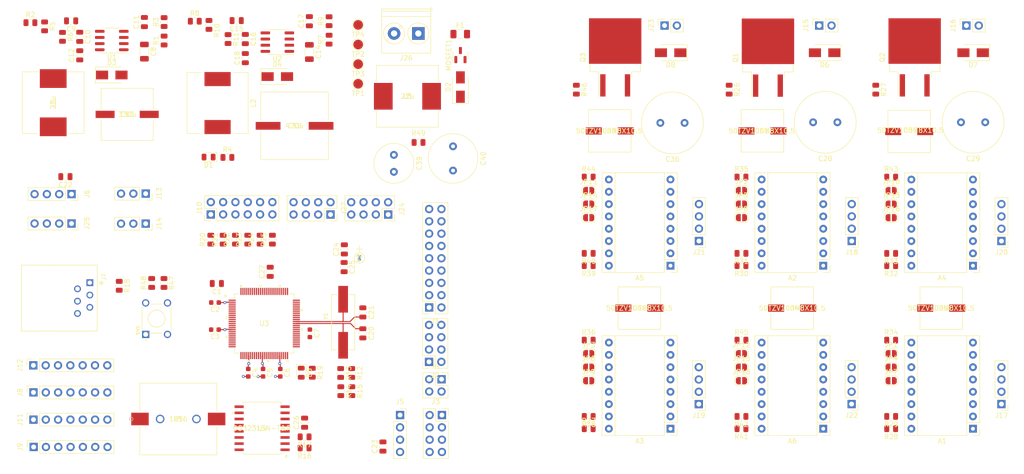
<source format=kicad_pcb>
(kicad_pcb (version 20211014) (generator pcbnew)
  (layers (0 "F.Cu" signal) (1 "In1.Cu" power) (2 "In2.Cu" power) (31 "B.Cu" signal) (34 "B.Paste" user) (35 "F.Paste" user) (36 "B.SilkS" user "B.Silkscreen") (37 "F.SilkS" user "F.Silkscreen") (38 "B.Mask" user) (39 "F.Mask" user) (44 "Edge.Cuts" user))
  (net 0 "")
  (net 1 "GND")
  (net 2 "+3V3")
  (net 3 "Net-(A1-Pad3)")
  (net 4 "Net-(A1-Pad4)")
  (net 5 "Net-(A1-Pad5)")
  (net 6 "Net-(A1-Pad6)")
  (net 7 "+12V")
  (net 8 "P76_EN")
  (net 9 "Net-(A1-Pad10)")
  (net 10 "Net-(A1-Pad11)")
  (net 11 "Net-(A1-Pad12)")
  (net 12 "Net-(A1-Pad13)")
  (net 13 "P77_STEP")
  (net 14 "P78_DIR")
  (net 15 "Net-(A2-Pad3)")
  (net 16 "Net-(A2-Pad4)")
  (net 17 "Net-(A2-Pad5)")
  (net 18 "Net-(A2-Pad6)")
  (net 19 "Net-(A2-Pad10)")
  (net 20 "Net-(A2-Pad11)")
  (net 21 "Net-(A2-Pad12)")
  (net 22 "Net-(A2-Pad13)")
  (net 23 "Net-(A3-Pad3)")
  (net 24 "Net-(A3-Pad4)")
  (net 25 "Net-(A3-Pad5)")
  (net 26 "Net-(A3-Pad6)")
  (net 27 "P79_EN")
  (net 28 "Net-(A3-Pad10)")
  (net 29 "Net-(A3-Pad11)")
  (net 30 "Net-(A3-Pad12)")
  (net 31 "Net-(A3-Pad13)")
  (net 32 "P80_STEP")
  (net 33 "P81_DIR")
  (net 34 "Net-(A4-Pad3)")
  (net 35 "Net-(A4-Pad4)")
  (net 36 "Net-(A4-Pad5)")
  (net 37 "Net-(A4-Pad6)")
  (net 38 "Net-(A4-Pad10)")
  (net 39 "Net-(A4-Pad11)")
  (net 40 "Net-(A4-Pad12)")
  (net 41 "Net-(A4-Pad13)")
  (net 42 "Net-(A5-Pad3)")
  (net 43 "Net-(A5-Pad4)")
  (net 44 "Net-(A5-Pad5)")
  (net 45 "Net-(A5-Pad6)")
  (net 46 "P82_EN")
  (net 47 "Net-(A5-Pad10)")
  (net 48 "Net-(A5-Pad11)")
  (net 49 "Net-(A5-Pad12)")
  (net 50 "Net-(A5-Pad13)")
  (net 51 "P83_STEP")
  (net 52 "P84_DIR")
  (net 53 "Net-(A6-Pad3)")
  (net 54 "Net-(A6-Pad4)")
  (net 55 "Net-(A6-Pad5)")
  (net 56 "Net-(A6-Pad6)")
  (net 57 "Net-(A6-Pad10)")
  (net 58 "Net-(A6-Pad11)")
  (net 59 "Net-(A6-Pad12)")
  (net 60 "Net-(A6-Pad13)")
  (net 61 "Net-(C10-Pad1)")
  (net 62 "Net-(C9-Pad2)")
  (net 63 "Net-(C11-Pad1)")
  (net 64 "Net-(C12-Pad1)")
  (net 65 "Net-(C12-Pad2)")
  (net 66 "+5V")
  (net 67 "Net-(C15-Pad1)")
  (net 68 "Net-(C15-Pad2)")
  (net 69 "Net-(C17-Pad1)")
  (net 70 "Net-(C18-Pad1)")
  (net 71 "Net-(C18-Pad2)")
  (net 72 "P63_OSCI")
  (net 73 "P64_OSCO")
  (net 74 "P74_SOSCO")
  (net 75 "P73_SOSCI")
  (net 76 "P85_VDDCORE")
  (net 77 "Net-(C40-Pad1)")
  (net 78 "Net-(D1-Pad1)")
  (net 79 "Net-(D5-Pad1)")
  (net 80 "P16_LED")
  (net 81 "Net-(D6-Pad2)")
  (net 82 "Net-(D7-Pad2)")
  (net 83 "Net-(D8-Pad2)")
  (net 84 "V_IN")
  (net 85 "Net-(F1-Pad2)")
  (net 86 "P21_RB4")
  (net 87 "P20_RB5")
  (net 88 "P68_RD8")
  (net 89 "P69_RD9")
  (net 90 "P70_RD10")
  (net 91 "P71_RD11")
  (net 92 "P90_RG0")
  (net 93 "P89_RG1")
  (net 94 "P1_RG15")
  (net 95 "P66_RA14")
  (net 96 "P67_RA15")
  (net 97 "P93_RE0")
  (net 98 "P94_RE1")
  (net 99 "P3_RE5")
  (net 100 "P4_RE6")
  (net 101 "P5_RE7")
  (net 102 "P18_RE8")
  (net 103 "P19_RE9")
  (net 104 "P23_SS1")
  (net 105 "P53_SDO1")
  (net 106 "P54_SDI1")
  (net 107 "P55_SCK1")
  (net 108 "P14_SS2")
  (net 109 "P12_SDO2")
  (net 110 "P11_SDI2")
  (net 111 "P10_SCK2")
  (net 112 "P50_U2TX")
  (net 113 "P49_U2RX")
  (net 114 "P48_U1RTS")
  (net 115 "P47_U1CTS")
  (net 116 "P51_U1TX")
  (net 117 "P52_U1RX")
  (net 118 "P39_U2RTS")
  (net 119 "P40_U2CTS")
  (net 120 "P56_SDA1")
  (net 121 "P57_SCL1")
  (net 122 "P59_SDA2")
  (net 123 "P58_SCL2")
  (net 124 "P13_MCLR")
  (net 126 "P33_TOF2_CE")
  (net 127 "P42_TOF2_GPIO1")
  (net 129 "P32_TOF1_CE")
  (net 130 "P41_TOF1_GPIO1")
  (net 132 "P34_TOF3_CE")
  (net 133 "P43_TOF3_GPIO1")
  (net 135 "P35_TOF4_CE")
  (net 136 "P44_TOF4_GPIO1")
  (net 137 "P92_TEMP2")
  (net 138 "P91_TEMP1")
  (net 139 "P6_GRD_RLY")
  (net 140 "P7_HTR_RLY")
  (net 141 "P87_MTR1")
  (net 142 "P88_MTR2")
  (net 143 "P72_FAN")
  (net 144 "Net-(R1-Pad2)")
  (net 145 "Net-(R2-Pad2)")
  (net 146 "Net-(R7-Pad2)")
  (net 147 "Net-(R10-Pad1)")
  (net 148 "32KHz")
  (net 149 "RTC_INTSQW")
  (net 150 "Net-(R47-Pad2)")
  (net 157 "P26_PGC")
  (net 158 "P27_PGD")
  (net 164 "RTC_RST")
  (net 165 "Net-(B1-Pad2)")
  (net 166 "Net-(D2-Pad1)")
  (net 168 "P95_LIMIT")
  (net 169 "P96_LIMIT")
  (net 170 "P97_LIMIT")
  (net 171 "P98_LIMIT")
  (net 172 "P99_LIMIT")
  (net 173 "P100_LIMIT")
  (footprint "Jumper:SolderJumper-2_P1.3mm_Open_RoundedPad1.0x1.5mm" (layer "F.Cu") (at 224.0534 121.6946)
    (fp_text reference "JP18")
    (fp_text value "JP_MS3")
  )
  (footprint "Connector_PinSocket_2.54mm:PinSocket_2x04_P2.54mm_Vertical" (layer "F.Cu") (at 151.2216 87.396 -90)
    (fp_text reference "J24")
    (fp_text value "POWER")
  )
  (footprint "Resistor_SMD:R_0805_2012Metric" (layer "F.Cu") (at 141.4526 123.8504 -90)
    (fp_text reference "R14")
    (fp_text value "2k2")
  )
  (footprint "Resistor_SMD:R_0805_2012Metric" (layer "F.Cu") (at 224.0534 131.6006 180)
    (fp_text reference "R41")
    (fp_text value "10k")
  )
  (footprint "Diode_SMD:D_SMA" (layer "F.Cu") (at 94.24035 58.5978)
    (fp_text reference "D3")
    (fp_text value "CDBA240-G")
  )
  (footprint "Connector_PinSocket_2.54mm:PinSocket_1x04_P2.54mm_Vertical" (layer "F.Cu") (at 153.67 128.778)
    (fp_text reference "J5")
    (fp_text value "Conn_01x04")
  )
  (footprint "Capacitor_SMD:C_0805_2012Metric" (layer "F.Cu") (at 121.7676 55.118 90)
    (fp_text reference "C18")
    (fp_text value "0.1u")
  )
  (footprint "50TZV100M:50TZV100M8X10.5" (layer "F.Cu") (at 228.3714 70.1326)
    (fp_text reference "C31")
    (fp_text value "50TZV100M8X10.5")
  )
  (footprint "DR125-220-R:DR125-220-R" (layer "F.Cu") (at 155.194 62.992 180)
    (fp_text reference "L3")
    (fp_text value "22u")
  )
  (footprint "Resistor_SMD:R_0805_2012Metric" (layer "F.Cu") (at 224.0534 129.0606 180)
    (fp_text reference "R42")
    (fp_text value "10k")
  )
  (footprint "Resistor_SMD:R_0805_2012Metric" (layer "F.Cu") (at 118.0764 75.6066)
    (fp_text reference "R4")
    (fp_text value "10k")
  )
  (footprint "Resistor_SMD:R_0805_2012Metric" (layer "F.Cu") (at 192.5574 131.6006)
    (fp_text reference "R37")
    (fp_text value "10k")
  )
  (footprint "Module:Pololu_Breakout-16_15.2x20.3mm" (layer "F.Cu") (at 240.91265 97.9456 180)
    (fp_text reference "A2")
    (fp_text value "Pololu_Breakout_A4988")
  )
  (footprint "Resistor_SMD:R_0805_2012Metric" (layer "F.Cu") (at 122.2756 92.578 90)
    (fp_text reference "R23")
    (fp_text value "10k")
  )
  (footprint "Resistor_SMD:R_0805_2012Metric" (layer "F.Cu") (at 190.0174 61.6236 -90)
    (fp_text reference "R46")
    (fp_text value "10k")
  )
  (footprint "Jumper:SolderJumper-2_P1.3mm_Open_RoundedPad1.0x1.5mm" (layer "F.Cu") (at 192.5574 82.4516)
    (fp_text reference "JP11")
    (fp_text value "JP_MS1")
  )
  (footprint "Resistor_SMD:R_0805_2012Metric" (layer "F.Cu") (at 127.3556 92.578 90)
    (fp_text reference "R25")
    (fp_text value "10k")
  )
  (footprint "Resistor_SMD:R_0805_2012Metric" (layer "F.Cu") (at 80.391 48.5648 -90)
    (fp_text reference "R5")
    (fp_text value "1.91k")
  )
  (footprint "Capacitor_SMD:C_0805_2012Metric" (layer "F.Cu") (at 119.9896 47.371 180)
    (fp_text reference "C15")
    (fp_text value "220p")
  )
  (footprint "Package_TO_SOT_SMD:TO-263-2" (layer "F.Cu") (at 229.5144 55.0196 90)
    (fp_text reference "Q1")
    (fp_text value "IRLZ44N")
  )
  (footprint "LED_SMD:LED_0805_2012Metric" (layer "F.Cu") (at 133.2992 120.0404 -90)
    (fp_text reference "D5")
    (fp_text value "Green")
  )
  (footprint "Jumper:SolderJumper-2_P1.3mm_Open_RoundedPad1.0x1.5mm" (layer "F.Cu") (at 254.9144 116.1066)
    (fp_text reference "JP1")
    (fp_text value "JP_MS1")
  )
  (footprint "Connector_PinSocket_2.54mm:PinSocket_1x07_P2.54mm_Vertical" (layer "F.Cu") (at 78.0796 118.5164 90)
    (fp_text reference "J12")
    (fp_text value "Conn_01x07")
  )
  (footprint "Fuse:Fuse_1206_3216Metric" (layer "F.Cu") (at 166.076 50.157)
    (fp_text reference "F1")
    (fp_text value "2A")
  )
  (footprint "Resistor_SMD:R_0805_2012Metric" (layer "F.Cu") (at 224.0534 95.4056 180)
    (fp_text reference "R31")
    (fp_text value "10k")
  )
  (footprint "Capacitor_SMD:C_1206_3216Metric" (layer "F.Cu") (at 134.9756 53.848 -90)
    (fp_text reference "C14")
    (fp_text value "10u")
  )
  (footprint "Connector_PinSocket_2.54mm:PinSocket_2x02_P2.54mm_Vertical" (layer "F.Cu") (at 162.2244 121.3812)
    (fp_text reference "J4")
    (fp_text value "I2C")
  )
  (footprint "DR125-220-R:DR125-220-R" (layer "F.Cu") (at 82.169 64.3128 -90)
    (fp_text reference "L1")
    (fp_text value "22u")
  )
  (footprint "Package_TO_SOT_SMD:TO-263-2" (layer "F.Cu") (at 198.0184 54.9656 90)
    (fp_text reference "Q3")
    (fp_text value "IRLZ44N")
  )
  (footprint "1825910-6:SW_1825910-6-4" (layer "F.Cu") (at 103.4796 108.8826 90)
    (fp_text reference "SW1")
    (fp_text value "SW_Push_Dual")
  )
  (footprint "Diode_SMD:D_SMA" (layer "F.Cu") (at 128.3716 58.928)
    (fp_text reference "D4")
    (fp_text value "CDBA240-G")
  )
  (footprint "Resistor_SMD:R_0805_2012Metric" (layer "F.Cu") (at 105.029 47.6758 90)
    (fp_text reference "R3")
    (fp_text value "68.1k")
  )
  (footprint "Connector_PinSocket_2.54mm:PinSocket_1x07_P2.54mm_Vertical" (layer "F.Cu") (at 78.0996 129.7182 90)
    (fp_text reference "J11")
    (fp_text value "Conn_01x07")
  )
  (footprint "Capacitor_THT:C_Radial_D12.5mm_H20.0mm_P5.00mm" (layer "F.Cu") (at 274.3054 68.3546 180)
    (fp_text reference "C29")
    (fp_text value "470u")
  )
  (footprint "Resistor_SMD:R_0805_2012Metric" (layer "F.Cu") (at 84.08035 50.7238 -90)
    (fp_text reference "R6")
    (fp_text value "40.2k")
  )
  (footprint "Jumper:SolderJumper-2_P1.3mm_Open_RoundedPad1.0x1.5mm" (layer "F.Cu") (at 224.0534 118.9006)
    (fp_text reference "JP15")
    (fp_text value "JP_MS2")
  )
  (footprint "Resistor_SMD:R_0805_2012Metric" (layer "F.Cu") (at 105.0036 101.5166 -90)
    (fp_text reference "R47")
    (fp_text value "50k")
  )
  (footprint "Connector_PinSocket_2.54mm:PinSocket_2x04_P2.54mm_Vertical" (layer "F.Cu") (at 159.6444 117.7952 180)
    (fp_text reference "J2")
    (fp_text value "SPI")
  )
  (footprint "Capacitor_THT:C_Radial_D10.0mm_H16.0mm_P5.00mm" (layer "F.Cu") (at 164.592 73.319 -90)
    (fp_text reference "C40")
    (fp_text value "220u")
  )
  (footprint "Connector_PinHeader_2.54mm:PinHeader_2x06_P2.54mm_Vertical" (layer "F.Cu") (at 114.6556 87.376 90)
    (fp_text reference "J10")
    (fp_text value "Limit")
  )
  (footprint "Module:Pololu_Breakout-16_15.2x20.3mm" (layer "F.Cu") (at 209.41665 131.6006 180)
    (fp_text reference "A3")
    (fp_text value "Pololu_Breakout_A4988")
  )
  (footprint "Capacitor_SMD:C_0805_2012Metric" (layer "F.Cu") (at 115.9002 101.6254 180)
    (fp_text reference "C1")
    (fp_text value "10u")
  )
  (footprint "ECS-80-20-5PXDU-TR:XTAL_ECS-80-20-5PXDU-TR" (layer "F.Cu") (at 141.9352 109.6264 90)
    (fp_text reference "Y1")
    (fp_text value "8MHz")
  )
  (footprint "Jumper:SolderJumper-2_P1.3mm_Open_RoundedPad1.0x1.5mm" (layer "F.Cu") (at 224.0534 82.4516)
    (fp_text reference "JP2")
    (fp_text value "JP_MS1")
  )
  (footprint "Connector_PinSocket_2.54mm:PinSocket_1x03_P2.54mm_Vertical" (layer "F.Cu") (at 101.2294 83.083 -90)
    (fp_text reference "J13")
    (fp_text value "Conn_01x03")
  )
  (footprint "Connector_PinSocket_2.54mm:PinSocket_1x03_P2.54mm_Vertical" (layer "F.Cu") (at 101.2294 89.2806 -90)
    (fp_text reference "J14")
    (fp_text value "Conn_01x03")
  )
  (footprint "Resistor_SMD:R_0805_2012Metric" (layer "F.Cu") (at 157.48 72.517)
    (fp_text reference "R49")
    (fp_text value "0.68")
  )
  (footprint "Capacitor_SMD:C_0805_2012Metric" (layer "F.Cu") (at 145.9992 111.9124 -90)
    (fp_text reference "C20")
    (fp_text value "27p")
  )
  (footprint "Connector_PinHeader_2.54mm:PinHeader_1x04_P2.54mm_Vertical" (layer "F.Cu") (at 246.75465 126.5106 180)
    (fp_text reference "J22")
    (fp_text value "Conn_01x04")
  )
  (footprint "TerminalBlock_Phoenix:TerminalBlock_Phoenix_PT-1,5-2-5.0-H_1x02_P5.00mm_Horizontal" (layer "F.Cu") (at 157.44 50.03 180)
    (fp_text reference "J26")
    (fp_text value "Conn_01x02")
  )
  (footprint "Capacitor_SMD:C_0603_1608Metric" (layer "F.Cu") (at 128.9812 120.0404 -90)
    (fp_text reference "C6")
    (fp_text value "0.1u")
  )
  (footprint "Package_SO:SOIC-8_3.9x4.9mm_P1.27mm" (layer "F.Cu") (at 128.3716 51.816 180)
    (fp_text reference "U2")
    (fp_text value "TPS54233")
  )
  (footprint "Resistor_SMD:R_0805_2012Metric" (layer "F.Cu") (at 133.99135 133.2736 180)
    (fp_text reference "R17")
    (fp_text value "10k")
  )
  (footprint "Resistor_SMD:R_0805_2012Metric" (layer "F.Cu") (at 124.8156 92.578 90)
    (fp_text reference "R24")
    (fp_text value "10k")
  )
  (footprint "Resistor_SMD:R_0805_2012Metric" (layer "F.Cu") (at 224.0534 79.6576)
    (fp_text reference "R35")
    (fp_text value "100k")
  )
  (footprint "Connector_PinSocket_2.54mm:PinSocket_2x09_P2.54mm_Vertical" (layer "F.Cu") (at 159.6644 106.5784 180)
    (fp_text reference "J1")
    (fp_text value "GPIO")
  )
  (footprint "Resistor_SMD:R_0805_2012Metric" (layer "F.Cu") (at 221.5134 61.6236 -90)
    (fp_text reference "R26")
    (fp_text value "10k")
  )
  (footprint "50TZV100M:50TZV100M8X10.5" (layer "F.Cu") (at 258.62915 70.2596)
    (fp_text reference "C35")
    (fp_text value "50TZV100M8X10.5")
  )
  (footprint "Capacitor_SMD:C_0805_2012Metric" (layer "F.Cu") (at 142.1892 94.5896 90)
    (fp_text reference "C24")
    (fp_text value "15p")
  )
  (footprint "TestPoint:TestPoint_Pad_D2.0mm" (layer "F.Cu") (at 145.034 48.26 180)
    (fp_text reference "TP4")
    (fp_text value "TestPoint_Small")
  )
  (footprint "Module:Pololu_Breakout-16_15.2x20.3mm" (layer "F.Cu") (at 271.77365 131.6006 180)
    (fp_text reference "A1")
    (fp_text value "Pololu_Breakout_A4988")
  )
  (footprint "Module:Pololu_Breakout-16_15.2x20.3mm" (layer "F.Cu") (at 240.91265 131.6006 180)
    (fp_text reference "A6")
    (fp_text value "Pololu_Breakout_A4988")
  )
  (footprint "Connector_PinHeader_2.54mm:PinHeader_1x04_P2.54mm_Vertical" (layer "F.Cu") (at 277.6474 92.8656 180)
    (fp_text reference "J20")
    (fp_text value "Conn_01x04")
  )
  (footprint "TestPoint:TestPoint_Pad_D2.0mm" (layer "F.Cu") (at 145.034 52.31 180)
    (fp_text reference "TP2")
    (fp_text value "TestPoint_Small")
  )
  (footprint "Capacitor_SMD:C_0805_2012Metric" (layer "F.Cu") (at 84.6836 79.5756 180)
    (fp_text reference "C22")
    (fp_text value "0.1u")
  )
  (footprint "TestPoint:TestPoint_Pad_D2.0mm" (layer "F.Cu") (at 145.034 56.36 180)
    (fp_text reference "TP3")
    (fp_text value "TestPoint_Small")
  )
  (footprint "Resistor_SMD:R_0805_2012Metric" (layer "F.Cu") (at 111.3536 47.498)
    (fp_text reference "R8")
    (fp_text value "10.2k")
  )
  (footprint "EEETG1C331UP:EEETG1C331UP" (layer "F.Cu") (at 97.41535 66.7258)
    (fp_text reference "C13")
    (fp_text value "330u")
  )
  (footprint "Capacitor_SMD:C_0805_2012Metric" (layer "F.Cu") (at 134.9756 47.498 90)
    (fp_text reference "C17")
    (fp_text value "0.015u")
  )
  (footprint "Resistor_SMD:R_0805_2012Metric" (layer "F.Cu") (at 102.4636 101.5166 90)
    (fp_text reference "R48")
    (fp_text value "1k")
  )
  (footprint "Connector_PinSocket_2.54mm:PinSocket_1x04_P2.54mm_Vertical" (layer "F.Cu") (at 85.9436 83.1846 -90)
    (fp_text reference "J6")
    (fp_text value "Conn_01x04")
  )
  (footprint "Capacitor_SMD:C_0603_1608Metric" (layer "F.Cu") (at 122.3772 120.0404 -90)
    (fp_text reference "C4")
    (fp_text value "0.1u")
  )
  (footprint "Jumper:SolderJumper-2_P1.3mm_Open_RoundedPad1.0x1.5mm" (layer "F.Cu") (at 254.9144 121.6946)
    (fp_text reference "JP7")
    (fp_text value "JP_MS3")
  )
  (footprint "Connector_PinHeader_2.54mm:PinHeader_1x04_P2.54mm_Vertical" (layer "F.Cu") (at 215.25865 126.5206 180)
    (fp_text reference "J19")
    (fp_text value "Conn_01x04")
  )
  (footprint "Resistor_SMD:R_0805_2012Metric" (layer "F.Cu") (at 117.1956 92.578 90)
    (fp_text reference "R21")
    (fp_text value "10k")
  )
  (footprint "50TZV100M:50TZV100M8X10.5" (layer "F.Cu") (at 234.49915 106.7086)
    (fp_text reference "C34")
    (fp_text value "50TZV100M8X10.5")
  )
  (footprint "Capacitor_SMD:C_0805_2012Metric" (layer "F.Cu") (at 121.7676 51.181 -90)
    (fp_text reference "C16")
    (fp_text value "220p")
  )
  (footprint "Resistor_SMD:R_0805_2012Metric" (layer "F.Cu") (at 224.0534 97.9456 180)
    (fp_text reference "R30")
    (fp_text value "10k")
  )
  (footprint "Resistor_SMD:R_0805_2012Metric" (layer "F.Cu") (at 139.0396 47.498 90)
    (fp_text reference "R9")
    (fp_text value "68.1k")
  )
  (footprint "Capacitor_SMD:C_0805_2012Metric" (layer "F.Cu") (at 145.9992 107.5944 90)
    (fp_text reference "C21")
    (fp_text value "27p")
  )
  (footprint "5555165-1:TE_5555165-1" (layer "F.Cu") (at 89.7157 101.4658 -90)
    (fp_text reference "J7")
    (fp_text value "RJ25")
  )
  (footprint "Resistor_SMD:R_0805_2012Metric" (layer "F.Cu") (at 254.9144 79.6676)
    (fp_text reference "R43")
    (fp_text value "100k")
  )
  (footprint "50TZV100M:50TZV100M8X10.5" (layer "F.Cu") (at 203.00315 106.7086)
    (fp_text reference "C32")
    (fp_text value "50TZV100M8X10.5")
  )
  (footprint "Module:Pololu_Breakout-16_15.2x20.3mm" (layer "F.Cu") (at 271.77365 97.9556 180)
    (fp_text reference "A4")
    (fp_text value "Pololu_Breakout_A4988")
  )
  (footprint "Jumper:SolderJumper-2_P1.3mm_Open_RoundedPad1.0x1.5mm" (layer "F.Cu") (at 224.0534 88.0396)
    (fp_text reference "JP8")
    (fp_text value "JP_MS3")
  )
  (footprint "Package_TO_SOT_SMD:SOT-23" (layer "F.Cu") (at 166.116 54.483 90)
    (fp_text reference "MOSFET1")
    (fp_text value "SSM3J334R_LFT")
  )
  (footprint "Resistor_SMD:R_0805_2012Metric" (layer "F.Cu") (at 141.4272 120.0912 -90)
    (fp_text reference "R13")
    (fp_text value "2k2")
  )
  (footprint "Package_SO:SOIC-8_3.9x4.9mm_P1.27mm" (layer "F.Cu") (at 94.24035 51.4858 180)
    (fp_text reference "U1")
    (fp_text value "TPS54233")
  )
  (footprint "Connector_PinHeader_2.54mm:PinHeader_1x04_P2.54mm_Vertical" (layer "F.Cu") (at 246.7864 92.8556 180)
    (fp_text reference "J18")
    (fp_text value "Conn_01x04")
  )
  (footprint "Connector_PinSocket_2.54mm:PinSocket_1x02_P2.54mm_Vertical" (layer "F.Cu") (at 208.1984 48.3906 90)
    (fp_text reference "J23")
    (fp_text value "Conn_01x02")
  )
  (footprint "Diode_SMD:D_SMA" (layer "F.Cu") (at 271.8054 54.0036 180)
    (fp_text reference "D7")
    (fp_text value "SS1200")
  )
  (footprint "Resistor_SMD:R_0805_2012Metric" (layer "F.Cu") (at 254.9144 95.4156 180)
    (fp_text reference "R33")
    (fp_text value "10k")
  )
  (footprint "Connector_PinSocket_2.54mm:PinSocket_1x04_P2.54mm_Vertical" (layer "F.Cu") (at 85.9436 89.2526 -90)
    (fp_text reference "J25")
    (fp_text value "Conn_01x04")
  )
  (footprint "50TZV100M:50TZV100M8X10.5" (layer "F.Cu") (at 196.90715 70.1326)
    (fp_text reference "C33")
    (fp_text value "50TZV100M8X10.5")
  )
  (footprint "Jumper:SolderJumper-2_P1.3mm_Open_RoundedPad1.0x1.5mm" (layer "F.Cu") (at 192.5574 85.2456)
    (fp_text reference "JP14")
    (fp_text value "JP_MS2")
  )
  (footprint "Diode_SMD:D_SMA" (layer "F.Cu") (at 209.4484 54.0036 180)
    (fp_text reference "D8")
    (fp_text value "SS1200")
  )
  (footprint "Inductor_SMD:L_12x12mm_H8mm" (layer "F.Cu") (at 116.0526 64.389 -90)
    (fp_text reference "L2")
    (fp_text value "15u")
  )
  (footprint "Capacitor_SMD:C_0603_1608Metric" (layer "F.Cu") (at 125.4252 120.0404 -90)
    (fp_text reference "C5")
    (fp_text value "0.1u")
  )
  (footprint "Resistor_SMD:R_0805_2012Metric" (layer "F.Cu") (at 114.6556 92.578 90)
    (fp_text reference "R20")
    (fp_text value "10k")
  )
  (footprint "Jumper:SolderJumper-2_P1.3mm_Open_RoundedPad1.0x1.5mm" (layer "F.Cu") (at 254.9144 118.9006)
    (fp_text reference "JP4")
    (fp_text value "JP_MS2")
  )
  (footprint "Capacitor_SMD:C_0603_1608Metric" (layer "F.Cu") (at 115.5062 111.1504 180)
    (fp_text reference "C3")
    (fp_text value "0.1u")
  )
  (footprint "DS3231SN:DS3231SN-T&R" (layer "F.Cu") (at 125.22835 131.4956 180)
    (fp_text reference "U4")
    (fp_text value "DS3231SN-T&R")
  )
  (footprint "Resistor_SMD:R_0805_2012Metric" (layer "F.Cu") (at 224.0534 113.3126)
    (fp_text reference "R45")
    (fp_text value "100k")
  )
  (footprint "Capacitor_SMD:C_0603_1608Metric" (layer "F.Cu") (at 115.5192 105.5624 180)
    (fp_text reference "C2")
    (fp_text value "0.1u")
  )
  (footprint "50TZV100M:50TZV100M8X10.5" (layer "F.Cu") (at 265.23315 106.7086)
    (fp_text reference "C30")
    (fp_text value "50TZV100M8X10.5")
  )
  (footprint "Resistor_SMD:R_0805_2012Metric" (layer "F.Cu") (at 192.5574 79.6576)
    (fp_text reference "R44")
    (fp_text value "100k")
  )
  (footprint "Connector_PinSocket_2.54mm:PinSocket_2x04_P2.54mm_Vertical" (layer "F.Cu") (at 139.3344 87.396 -90)
    (fp_text reference "J27")
    (fp_text value "MOTOR")
  )
  (footprint "Jumper:SolderJumper-2_P1.3mm_Open_RoundedPad1.0x1.5mm" (layer "F.Cu") (at 192.5574 118.9006)
    (fp_text reference "JP6")
    (fp_text value "JP_MS2")
  )
  (footprint "Capacitor_SMD:C_0805_2012Metric" (layer "F.Cu") (at 87.63635 50.7238 -90)
    (fp_text reference "C10")
    (fp_text value "56p")
  )
  (footprint "Resistor_SMD:R_0805_2012Metric" (layer "F.Cu") (at 133.99135 135.5596 180)
    (fp_text reference "R16")
    (fp_text value "10k")
  )
  (footprint "Resistor_SMD:R_0805_2012Metric" (layer "F.Cu") (at 254.9144 113.3126)
    (fp_text reference "R34")
    (fp_text value "100k")
  )
  (footprint "Resistor_SMD:R_0805_2012Metric" (layer "F.Cu") (at 143.7132 120.0912 -90)
    (fp_text reference "R12")
    (fp_text value "2k2")
  )
  (footprint "Resistor_SMD:R_0805_2012Metric" (layer "F.Cu") (at 119.7356 92.578 90)
    (fp_text reference "R22")
    (fp_text value "10k")
  )
  (footprint "LED_SMD:LED_0805_2012Metric" (layer "F.Cu") (at 114.1984 75.5396 180)
    (fp_text reference "D1")
    (fp_text value "Green")
  )
  (footprint "Connector_PinSocket_2.54mm:PinSocket_1x02_P2.54mm_Vertical" (layer "F.Cu") (at 270.4284 48.3906 90)
    (fp_text reference "J16")
    (fp_text value "Conn_01x02")
  )
  (footprint "Jumper:SolderJumper-2_P1.3mm_Open_RoundedPad1.0x1.5mm" (layer "F.Cu") (at 192.5574 88.0396)
    (fp_text reference "JP17")
    (fp_text value "JP_MS3")
  )
  (footprint "TestPoint:TestPoint_Pad_D2.0mm" (layer "F.Cu") (at 145.034 60.41 180)
    (fp_text reference "TP1")
    (fp_text value "TestPoint_Small")
  )
  (footprint "Capacitor_THT:C_Radial_D12.5mm_H20.0mm_P5.00mm" (layer "F.Cu") (at 243.8254 68.3546 180)
    (fp_text reference "C28")
    (fp_text value "470u")
  )
  (footprint "Resistor_SMD:R_0805_2012Metric" (layer "F.Cu") (at 114.2746 48.26 -90)
    (fp_text reference "R10")
    (fp_text value "3.3k")
  )
  (footprint "Resistor_SMD:R_0805_2012Metric" (layer "F.Cu") (at 77.47 47.8028)
    (fp_text reference "R2")
    (fp_text value "10k")
  )
  (footprint "Connector_PinHeader_2.54mm:PinHeader_1x04_P2.54mm_Vertical" (layer "F.Cu") (at 277.6474 126.5106 180)
    (fp_text reference "J17")
    (fp_text value "Conn_01x04")
  )
  (footprint "Jumper:SolderJumper-2_P1.3mm_Open_RoundedPad1.0x1.5mm" (layer "F.Cu") (at 224.0534 116.1066)
    (fp_text reference "JP12")
    (fp_text value "JP_MS1")
  )
  (footprint "Capacitor_SMD:C_0603_1608Metric" (layer "F.Cu") (at 135.0772 111.9124 -90)
    (fp_text reference "C7")
    (fp_text value "0.1u")
  )
  (footprint "Connector_PinSocket_2.54mm:PinSocket_2x04_P2.54mm_Vertical" (layer "F.Cu") (at 162.306 128.778)
    (fp_text reference "J3")
    (fp_text value "UART")
  )
  (footprint "PIC24FJ128GA010-I-PT:PIC24FJ128GA010-I&slash_PT" (layer "F.Cu") (at 125.6792 109.8804)
    (fp_text reference "U3")
    (fp_text value "PIC24FJ128GA010-I/PT")
  )
  (footprint "Connector_PinHeader_2.54mm:PinHeader_1x04_P2.54mm_Vertical" (layer "F.Cu") (at 215.2904 92.8556 180)
    (fp_text reference "J21")
    (fp_text value "Conn_01x04")
  )
  (footprint "Capacitor_SMD:C_1206_3216Metric" (layer "F.Cu") (at 100.965 53.7718 -90)
    (fp_text reference "C8")
    (fp_text value "10u")
  )
  (footprint "Jumper:SolderJumper-2_P1.3mm_Open_RoundedPad1.0x1.5mm" (layer "F.Cu") (at 192.5574 121.6946)
    (fp_text reference "JP9")
    (fp_text value "JP_MS3")
  )
  (footprint "Jumper:SolderJumper-2_P1.3mm_Open_RoundedPad1.0x1.5mm" (layer "F.Cu") (at 254.9144 88.0496)
    (fp_text reference "JP16")
    (fp_text value "JP_MS3")
  )
  (footprint "Resistor_SMD:R_0805_2012Metric" (layer "F.Cu") (at 139.0396 51.308 90)
    (fp_text reference "R7")
    (fp_text value "332k")
  )
  (footprint "Capacitor_SMD:C_0805_2012Metric" (layer "F.Cu") (at 150.1398 135.2704 90)
    (fp_text reference "C23")
    (fp_text value "0.1u")
  )
  (footprint "Connector_PinSocket_2.54mm:PinSocket_1x02_P2.54mm_Vertical" (layer "F.Cu") (at 240.0754 48.3906 90)
    (fp_text reference "J15")
    (fp_text value "Conn_01x02")
  )
  (footprint "Diode_SMD:D_SMA" (layer "F.Cu") (at 241.1984 54.0036 180)
    (fp_text reference "D6")
    (fp_text value "SS1200")
  )
  (footprint "Capacitor_SMD:C_0805_2012Metric" (layer "F.Cu") (at 87.63635 54.5338 90)
    (fp_text reference "C12")
    (fp_text value "0.1u")
  )
  (footprint "Jumper:SolderJumper-2_P1.3mm_Open_RoundedPad1.0x1.5mm" (layer "F.Cu") (at 254.9144 85.2556)
    (fp_text reference "JP13")
    (fp_text value "JP_MS2")
  )
  (footprint "Jumper:SolderJumper-2_P1.3mm_Open_RoundedPad1.0x1.5mm" (layer "F.Cu") (at 224.0534 85.2456)
    (fp_text reference "JP5")
    (fp_text value "JP_MS2")
  )
  (footprint "EEVTG1C471Q:EEVTG1C471Q" (layer "F.Cu") (at 131.9276 69.088)
    (fp_text reference "C19")
    (fp_text value "470u")
  )
  (footprint "Resistor_SMD:R_0805_2012Metric" (layer "F.Cu") (at 192.5574 97.9456 180)
    (fp_text reference "R39")
    (fp_text value "10k")
  )
  (footprint "Module:Pololu_Breakout-16_15.2x20.3mm" (layer "F.Cu") (at 209.41665 97.9456 180)
    (fp_text reference "A5")
    (fp_text value "Pololu_Breakout_A4988")
  )
  (footprint "Diode_SMD:D_SMA" (layer "F.Cu") (at 166.116 61.087 90)
    (fp_text reference "D2")
    (fp_text value "1SMA5927BT3G")
  )
  (footprint "Capacitor_THT:C_Radial_D12.5mm_H20.0mm_P5.00mm" (layer "F.Cu") (at 212.3294 68.4816 180)
    (fp_text reference "C36")
    (fp_text value "470u")
  )
  (footprint "Resistor_SMD:R_0805_2012Metric" (layer "F.Cu") (at 192.5574 129.0606 180)
    (fp_text reference "R38")
    (fp_text value "10k")
  )
  (footprint "Connector_PinSocket_2.54mm:PinSocket_1x07_P2.54mm_Vertical" (layer "F.Cu") (at 78.0996 124.1074 90)
    (fp_text reference "J8")
    (fp_text value "Conn_01x07")
  )
  (footprint "Resistor_SMD:R_0805_2012Metric" (layer "F.Cu") (at 95.7762 102.1008 -90)
    (fp_text reference "R18")
    (fp_text value "50k")
  )
  (footprint "Keystone_1056:1056" (layer "F.Cu") (at 107.95635 129.5906)
    (fp_text reference "B1")
    (fp_text value "1056")
  )
  (footprint "Jumper:SolderJumper-2_P1.3mm_Open_RoundedPad1.0x1.5mm" (layer "F.Cu") (at 192.5574 116.1066)
    (fp_text reference "JP3")
    (fp_text value "JP_MS1")
  )
  (footprint "Package_TO_SOT_SMD:TO-263-2" (layer "F.Cu") (at 259.7594 54.9656 90)
    (fp_text reference "Q2")
    (fp_text value "IRLZ44N")
  )
  (footprint "Resistor_SMD:R_0805_2012Metric" (layer "F.Cu") (at 254.9144 131.6006 180)
    (fp_text reference "R28")
    (fp_text value "10k")
  )
  (footprint "Jumper:SolderJumper-2_P1.3mm_Open_RoundedPad1.0x1.5mm" (layer "F.Cu") (at 254.9144 82.4616)
    (fp_text reference "JP10")
    (fp_text value "JP_MS1")
  )
  (footprint "Resistor_SMD:R_0805_2012Metric" (layer "F.Cu") (at 192.5574 113.3126)
    (fp_text reference "R36")
    (fp_text value "100k")
  )
  (footprint "Capacitor_SMD:C_0805_2012Metric" (layer "F.Cu") (at 126.8984 99.2124 90)
    (fp_text reference "C27")
    (fp_text value "10u")
  )
  (footprint "Connector_PinSocket_2.54mm:PinSocket_1x07_P2.54mm_Vertical" (layer "F.Cu") (at 78.1304 135.3644 90)
    (fp_text reference "J9")
    (fp_text value "Conn_01x07")
  )
  (footprint "Resistor_SMD:R_0805_2012Metric" (layer "F.Cu") (at 192.5574 95.4056 180)
    (fp_text reference "R40")
    (fp_text value "10k")
  )
  (footprint "Capacitor_SMD:C_0805_2012Metric" (layer "F.Cu") (at 142.1384 98.2472 -90)
    (fp_text reference "C25")
    (fp_text value "15p")
  )
  (footprint "Capacitor_SMD:C_0805_2012Metric" (layer "F.Cu") (at 85.85835 47.4218 180)
    (fp_text reference "C9")
    (fp_text value "220p")
  )
  (footprint "Resistor_SMD:R_0805_2012Metric" (layer "F.Cu") (at 254.9144 129.0606 180)
    (fp_text reference "R29")
    (fp_text value "10k")
  )
  (footprint "Resistor_SMD:R_0805_2012Metric" (layer "F.Cu") (at 135.5852 120.0404 -90)
    (fp_text reference "R19")
    (fp_text value "2k2")
  )
  (footprint "Resistor_SMD:R_0805_2012Metric" (layer "F.Cu") (at 143.7386 123.8504 -90)
    (fp_text reference "R15")
    (fp_text value "2k2")
  )
  (footprint "Capacitor_SMD:C_0805_2012Metric" (layer "F.Cu") (at 133.99135 130.3526 90)
    (fp_text reference "C26")
    (fp_text value "0.1u")
  )
  (footprint "Resistor_SMD:R_0805_2012Metric" (layer "F.Cu") (at 105.029 51.4858 90)
    (fp_text reference "R1")
    (fp_text value "332k")
  )
  (footprint "Resistor_SMD:R_0805_2012Metric" (layer "F.Cu") (at 254.9144 97.9556 180)
    (fp_text reference "R32")
    (fp_text value "10k")
  )
  (footprint "Capacitor_THT:C_Radial_D8.0mm_H11.5mm_P3.50mm" (layer "F.Cu") (at 152.4 75.085 -90)
    (fp_text reference "C39")
    (fp_text value "47u")
  )
  (footprint "Resistor_SMD:R_0805_2012Metric" (layer "F.Cu") (at 118.2116 51.181 -90)
    (fp_text reference "R11")
    (fp_text value "30.9k")
  )
  (footprint "Resistor_SMD:R_0805_2012Metric" (layer "F.Cu") (at 251.7394 61.6236 -90)
    (fp_text reference "R27")
    (fp_text value "10k")
  )
  (footprint "Capacitor_SMD:C_0805_2012Metric" (layer "F.Cu") (at 100.965 47.6758 90)
    (fp_text reference "C11")
    (fp_text value "0.015u")
  )
  (footprint "CFS206:CFS206-32.768-KDZF-UB" (layer "F.Cu") (at 145.288 96.012 -90)
    (fp_text reference "Y2")
    (fp_text value "32.768kHz")
  )
  (segment (start 127.9782 120.8154) (end 127.9652 120.8024) (width 0.2) (layer "F.Cu") (net 1))
  (segment (start 124.4222 120.8154) (end 124.4092 120.8024) (width 0.2) (layer "F.Cu") (net 1))
  (segment (start 128.9812 120.8154) (end 127.9782 120.8154) (width 0.2) (layer "F.Cu") (net 1))
  (segment (start 121.3612 120.8024) (end 121.3742 120.8154) (width 0.2) (layer "F.Cu") (net 1))
  (segment (start 122.3772 120.8154) (end 121.3742 120.8154) (width 0.2) (layer "F.Cu") (net 1))
  (segment (start 125.4252 120.8154) (end 124.4222 120.8154) (width 0.2) (layer "F.Cu") (net 1))
  (via (at 124.4092 120.8024) (size 0.6) (drill 0.3) (layers "F.Cu" "B.Cu") (net 1))
  (via (at 127.9652 120.8024) (size 0.6) (drill 0.3) (layers "F.Cu" "B.Cu") (net 1))
  (via (at 121.3612 120.8024) (size 0.6) (drill 0.3) (layers "F.Cu" "B.Cu") (net 1))
  (segment (start 117.5512 105.5624) (end 116.2942 105.5624) (width 0.2) (layer "F.Cu") (net 2))
  (segment (start 128.879199 116.4971) (end 128.879199 118.160399) (width 0.2) (layer "F.Cu") (net 2))
  (segment (start 117.633199 105.480401) (end 117.5512 105.5624) (width 0.2) (layer "F.Cu") (net 2))
  (segment (start 125.2982 118.1354) (end 125.4252 118.2624) (width 0.2) (layer "F.Cu") (net 2))
  (segment (start 125.279201 116.4971) (end 125.279201 118.116401) (width 0.2) (layer "F.Cu") (net 2))
  (segment (start 125.279201 118.116401) (end 125.2982 118.1354) (width 0.2) (layer "F.Cu") (net 2))
  (segment (start 128.9812 118.2624) (end 128.9812 119.2654) (width 0.2) (layer "F.Cu") (net 2))
  (segment (start 122.3772 118.2624) (end 122.3772 119.2654) (width 0.2) (layer "F.Cu") (net 2))
  (segment (start 117.5512 111.1504) (end 116.2812 111.1504) (width 0.2) (layer "F.Cu") (net 2))
  (segment (start 117.6212 111.0804) (end 117.5512 111.1504) (width 0.2) (layer "F.Cu") (net 2))
  (segment (start 125.4252 118.2624) (end 125.4252 119.2654) (width 0.2) (layer "F.Cu") (net 2))
  (segment (start 122.479201 116.4971) (end 122.479201 118.160399) (width 0.2) (layer "F.Cu") (net 2))
  (segment (start 119.0625 105.480401) (end 117.633199 105.480401) (width 0.2) (layer "F.Cu") (net 2))
  (segment (start 122.479201 118.160399) (end 122.3772 118.2624) (width 0.2) (layer "F.Cu") (net 2))
  (segment (start 119.0625 111.0804) (end 117.6212 111.0804) (width 0.2) (layer "F.Cu") (net 2))
  (segment (start 128.879199 118.160399) (end 128.9812 118.2624) (width 0.2) (layer "F.Cu") (net 2))
  (via (at 122.479201 118.160399) (size 0.6) (drill 0.3) (layers "F.Cu" "B.Cu") (net 2))
  (via (at 117.5512 105.5624) (size 0.6) (drill 0.3) (layers "F.Cu" "B.Cu") (net 2))
  (via (at 125.279201 118.116401) (size 0.6) (drill 0.3) (layers "F.Cu" "B.Cu") (net 2))
  (via (at 128.879199 118.160399) (size 0.6) (drill 0.3) (layers "F.Cu" "B.Cu") (net 2))
  (via (at 117.5512 111.1504) (size 0.6) (drill 0.3) (layers "F.Cu" "B.Cu") (net 2))
  (segment (start 141.9352 109.8804) (end 143.4592 109.8804) (width 0.2) (layer "F.Cu") (net 72))
  (segment (start 143.4592 109.8804) (end 144.5412 110.9624) (width 0.2) (layer "F.Cu") (net 72))
  (segment (start 144.5412 110.9624) (end 145.9992 110.9624) (width 0.2) (layer "F.Cu") (net 72))
  (segment (start 132.2959 109.8804) (end 141.9352 109.8804) (width 0.2) (layer "F.Cu") (net 72))
  (segment (start 141.9352 114.3764) (end 141.9352 109.8804) (width 0.2) (layer "F.Cu") (net 72))
  (segment (start 141.9352 104.8764) (end 141.9352 109.3724) (width 0.2) (layer "F.Cu") (net 73))
  (segment (start 132.2959 109.480401) (end 141.827199 109.480401) (width 0.2) (layer "F.Cu") (net 73))
  (segment (start 144.2872 108.5444) (end 145.9992 108.5444) (width 0.2) (layer "F.Cu") (net 73))
  (segment (start 141.9352 109.3724) (end 141.827199 109.480401) (width 0.2) (layer "F.Cu") (net 73))
  (segment (start 141.827199 109.480401) (end 143.351199 109.480401) (width 0.2) (layer "F.Cu") (net 73))
  (segment (start 143.351199 109.480401) (end 144.2872 108.5444) (width 0.2) (layer "F.Cu") (net 73))
)
</source>
